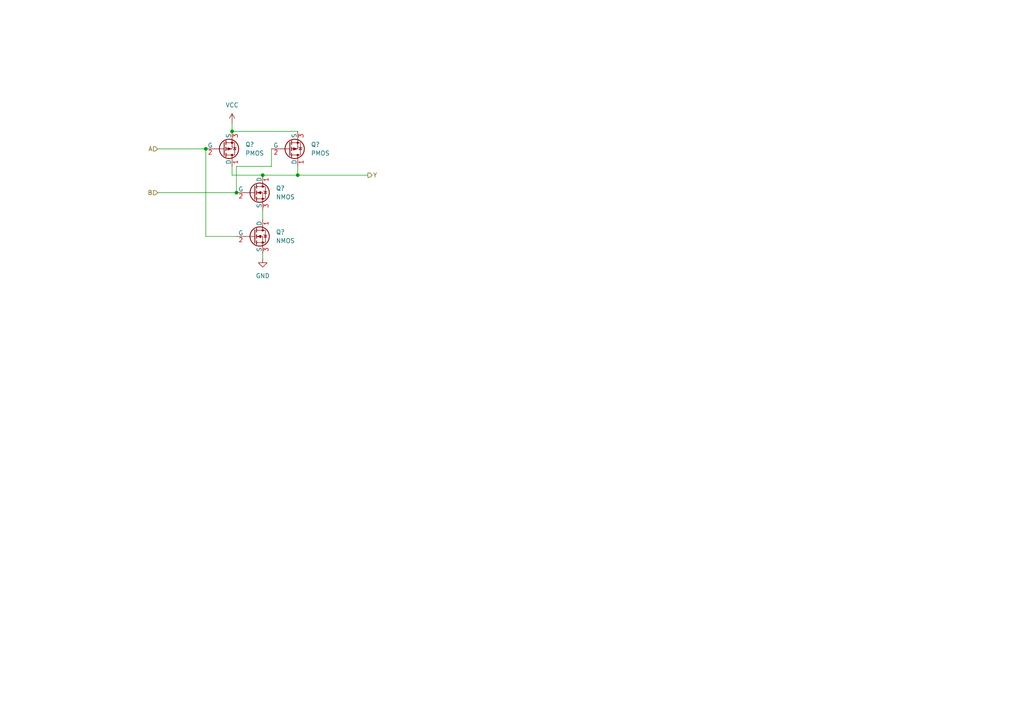
<source format=kicad_sch>
(kicad_sch (version 20250114) (generator "eeschema") (generator_version "9.0")
  (paper "A4")
  (lib_symbols
    (symbol "Simulation_SPICE:NMOS" (pin_names (offset 0))
      (property "Reference" "Q" (at 5.08 1.27 0))
      (property "Value" "NMOS" (at 5.08 -1.27 0))
      (symbol "NMOS_0_1"
        (polyline (pts (xy 0.254 1.905) (xy 0.254 -1.905)) (stroke (width 0.254)))
        (polyline (pts (xy 0.254 0) (xy -2.54 0)))
        (polyline (pts (xy 0.762 2.286) (xy 0.762 1.27)) (stroke (width 0.254)))
        (polyline (pts (xy 0.762 0.508) (xy 0.762 -0.508)) (stroke (width 0.254)))
        (polyline (pts (xy 0.762 -1.27) (xy 0.762 -2.286)) (stroke (width 0.254)))
        (polyline (pts (xy 0.762 -1.778) (xy 3.302 -1.778) (xy 3.302 1.778) (xy 0.762 1.778)))
        (polyline (pts (xy 1.016 0) (xy 2.032 0.381) (xy 2.032 -0.381) (xy 1.016 0)) (fill (type outline)))
        (circle (center 1.651 0) (radius 2.794) (stroke (width 0.254)))
        (polyline (pts (xy 2.54 2.54) (xy 2.54 1.778)))
        (circle (center 2.54 1.778) (radius 0.254) (fill (type outline)))
        (circle (center 2.54 -1.778) (radius 0.254) (fill (type outline)))
        (polyline (pts (xy 2.54 -2.54) (xy 2.54 0) (xy 0.762 0)))
        (polyline (pts (xy 2.794 0.508) (xy 2.921 0.381) (xy 3.683 0.381) (xy 3.81 0.254)))
        (polyline (pts (xy 3.302 0.381) (xy 2.921 -0.254) (xy 3.683 -0.254) (xy 3.302 0.381)))
      )
      (symbol "NMOS_1_1"
        (pin input line (at -5.08 0 0) (length 2.54) (name "G") (number "2"))
        (pin passive line (at 2.54 5.08 270) (length 2.54) (name "D") (number "1"))
        (pin passive line (at 2.54 -5.08 90) (length 2.54) (name "S") (number "3"))
      )
    )
    (symbol "Simulation_SPICE:PMOS" (pin_names (offset 0))
      (property "Reference" "Q" (at 5.08 1.27 0))
      (property "Value" "PMOS" (at 5.08 -1.27 0))
      (symbol "PMOS_0_1"
        (polyline (pts (xy 0.254 1.905) (xy 0.254 -1.905)) (stroke (width 0.254)))
        (polyline (pts (xy 0.254 0) (xy -2.54 0)))
        (polyline (pts (xy 0.762 2.286) (xy 0.762 1.27)) (stroke (width 0.254)))
        (polyline (pts (xy 0.762 1.778) (xy 3.302 1.778) (xy 3.302 -1.778) (xy 0.762 -1.778)))
        (polyline (pts (xy 0.762 0.508) (xy 0.762 -0.508)) (stroke (width 0.254)))
        (polyline (pts (xy 0.762 -1.27) (xy 0.762 -2.286)) (stroke (width 0.254)))
        (circle (center 1.651 0) (radius 2.794) (stroke (width 0.254)))
        (polyline (pts (xy 2.286 0) (xy 1.27 0.381) (xy 1.27 -0.381) (xy 2.286 0)) (fill (type outline)))
        (polyline (pts (xy 2.54 2.54) (xy 2.54 1.778)))
        (circle (center 2.54 1.778) (radius 0.254) (fill (type outline)))
        (circle (center 2.54 -1.778) (radius 0.254) (fill (type outline)))
        (polyline (pts (xy 2.54 -2.54) (xy 2.54 0) (xy 0.762 0)))
        (polyline (pts (xy 2.794 -0.508) (xy 2.921 -0.381) (xy 3.683 -0.381) (xy 3.81 -0.254)))
        (polyline (pts (xy 3.302 -0.381) (xy 2.921 0.254) (xy 3.683 0.254) (xy 3.302 -0.381)))
      )
      (symbol "PMOS_1_1"
        (pin input line (at -5.08 0 0) (length 2.54) (name "G") (number "2"))
        (pin passive line (at 2.54 5.08 270) (length 2.54) (name "D") (number "1"))
        (pin passive line (at 2.54 -5.08 90) (length 2.54) (name "S") (number "3"))
      )
    )
    (symbol "power:GND" (power) (pin_numbers (hide yes)) (pin_names (offset 0) (hide yes))
      (property "Value" "GND" (at 0 -3.81 0))
      (symbol "GND_0_1"
        (polyline (pts (xy 0 0) (xy 0 -1.27) (xy 1.27 -1.27) (xy 0 -2.54) (xy -1.27 -1.27) (xy 0 -1.27)))
      )
      (symbol "GND_1_1"
        (pin power_in line (at 0 0 270) (length 0) (name "~") (number "1"))
      )
    )
    (symbol "power:VCC" (power) (pin_numbers (hide yes)) (pin_names (offset 0) (hide yes))
      (property "Value" "VCC" (at 0 3.556 0))
      (symbol "VCC_0_1"
        (polyline (pts (xy -0.762 1.27) (xy 0 2.54)))
        (polyline (pts (xy 0 2.54) (xy 0.762 1.27)))
        (polyline (pts (xy 0 0) (xy 0 2.54)))
      )
      (symbol "VCC_1_1"
        (pin power_in line (at 0 0 90) (length 0) (name "~") (number "1"))
      )
    )
  )
  (junction (at 76.2 50.8))
  (junction (at 67.31 38.1))
  (junction (at 86.36 50.8))
  (junction (at 59.69 43.18))
  (junction (at 68.58 55.88))
  (wire (pts (xy 68.58 48.26) (xy 78.74 48.26)))
  (wire (pts (xy 67.31 50.8) (xy 76.2 50.8)))
  (wire (pts (xy 59.69 68.58) (xy 68.58 68.58)))
  (wire (pts (xy 67.31 48.26) (xy 67.31 50.8)))
  (wire (pts (xy 68.58 55.88) (xy 68.58 48.26)))
  (wire (pts (xy 78.74 43.18) (xy 78.74 48.26)))
  (wire (pts (xy 86.36 50.8) (xy 76.2 50.8)))
  (wire (pts (xy 106.68 50.8) (xy 86.36 50.8)))
  (wire (pts (xy 86.36 48.26) (xy 86.36 50.8)))
  (wire (pts (xy 59.69 43.18) (xy 59.69 68.58)))
  (wire (pts (xy 45.72 43.18) (xy 59.69 43.18)))
  (wire (pts (xy 67.31 35.56) (xy 67.31 38.1)))
  (wire (pts (xy 45.72 55.88) (xy 68.58 55.88)))
  (wire (pts (xy 67.31 38.1) (xy 86.36 38.1)))
  (wire (pts (xy 76.2 74.93) (xy 76.2 73.66)))
  (wire (pts (xy 76.2 60.96) (xy 76.2 63.5)))
  (hierarchical_label "B" (shape input) (at 45.72 55.88 180))
  (hierarchical_label "Y" (shape output) (at 106.68 50.8 0))
  (hierarchical_label "A" (shape input) (at 45.72 43.18 180))
  (symbol (lib_id "Simulation_SPICE:NMOS") (at 73.66 68.58 0) (unit 1)
    (property "Reference" "Q?" (at 80.01 67.3099 0) (effects (justify left)))
    (property "Value" "NMOS" (at 80.01 69.8499 0) (effects (justify left)))
    (property "Footprint" "Package_TO_SOT_SMD:TSOT-23" (effects (hide yes)))
    (property "Datasheet" "https://ngspice.sourceforge.io/docs/ngspice-html-manual/manual.xhtml#cha_MOSFETs" (effects (hide yes)))
    (property "Description" "N-MOSFET transistor, drain/source/gate" (effects (hide yes)))
    (property "Sim.Device" "NMOS" (effects (hide yes)))
    (property "Sim.Type" "MOS1" (effects (hide yes)))
    (property "Sim.Pins" "1=D 2=G 3=S" (effects (hide yes)))
  )
  (symbol (lib_id "power:VCC") (at 67.31 35.56 0) (unit 1)
    (property "Reference" "#PWR?" (effects (hide yes)))
    (property "Value" "VCC" (at 67.31 30.48 0))
    (property "Description" "Power symbol creates a global label with name \"VCC\"" (effects (hide yes)))
  )
  (symbol (lib_id "Simulation_SPICE:NMOS") (at 73.66 55.88 0) (unit 1)
    (property "Reference" "Q?" (at 80.01 54.6099 0) (effects (justify left)))
    (property "Value" "NMOS" (at 80.01 57.1499 0) (effects (justify left)))
    (property "Footprint" "Package_TO_SOT_SMD:TSOT-23" (effects (hide yes)))
    (property "Datasheet" "https://ngspice.sourceforge.io/docs/ngspice-html-manual/manual.xhtml#cha_MOSFETs" (effects (hide yes)))
    (property "Description" "N-MOSFET transistor, drain/source/gate" (effects (hide yes)))
    (property "Sim.Device" "NMOS" (effects (hide yes)))
    (property "Sim.Type" "MOS1" (effects (hide yes)))
    (property "Sim.Pins" "1=D 2=G 3=S" (effects (hide yes)))
  )
  (symbol (lib_id "Simulation_SPICE:PMOS") (at 83.82 43.18 0) (mirror x) (unit 1)
    (property "Reference" "Q?" (at 90.17 41.9099 0) (effects (justify left)))
    (property "Value" "PMOS" (at 90.17 44.4499 0) (effects (justify left)))
    (property "Footprint" "Package_TO_SOT_SMD:TSOT-23" (effects (hide yes)))
    (property "Datasheet" "https://ngspice.sourceforge.io/docs/ngspice-html-manual/manual.xhtml#cha_MOSFETs" (effects (hide yes)))
    (property "Description" "P-MOSFET transistor, drain/source/gate" (effects (hide yes)))
    (property "Sim.Device" "PMOS" (effects (hide yes)))
    (property "Sim.Type" "MOS1" (effects (hide yes)))
    (property "Sim.Pins" "1=D 2=G 3=S" (effects (hide yes)))
  )
  (symbol (lib_id "power:GND") (at 76.2 74.93 0) (unit 1)
    (property "Reference" "#PWR?" (effects (hide yes)))
    (property "Value" "GND" (at 76.2 80.01 0))
    (property "Description" "Power symbol creates a global label with name \"GND\" , ground" (effects (hide yes)))
  )
  (symbol (lib_id "Simulation_SPICE:PMOS") (at 64.77 43.18 0) (mirror x) (unit 1)
    (property "Reference" "Q?" (at 71.12 41.9099 0) (effects (justify left)))
    (property "Value" "PMOS" (at 71.12 44.4499 0) (effects (justify left)))
    (property "Footprint" "Package_TO_SOT_SMD:TSOT-23" (effects (hide yes)))
    (property "Datasheet" "https://ngspice.sourceforge.io/docs/ngspice-html-manual/manual.xhtml#cha_MOSFETs" (effects (hide yes)))
    (property "Description" "P-MOSFET transistor, drain/source/gate" (effects (hide yes)))
    (property "Sim.Device" "PMOS" (effects (hide yes)))
    (property "Sim.Type" "MOS1" (effects (hide yes)))
    (property "Sim.Pins" "1=D 2=G 3=S" (effects (hide yes)))
  )
)
</source>
